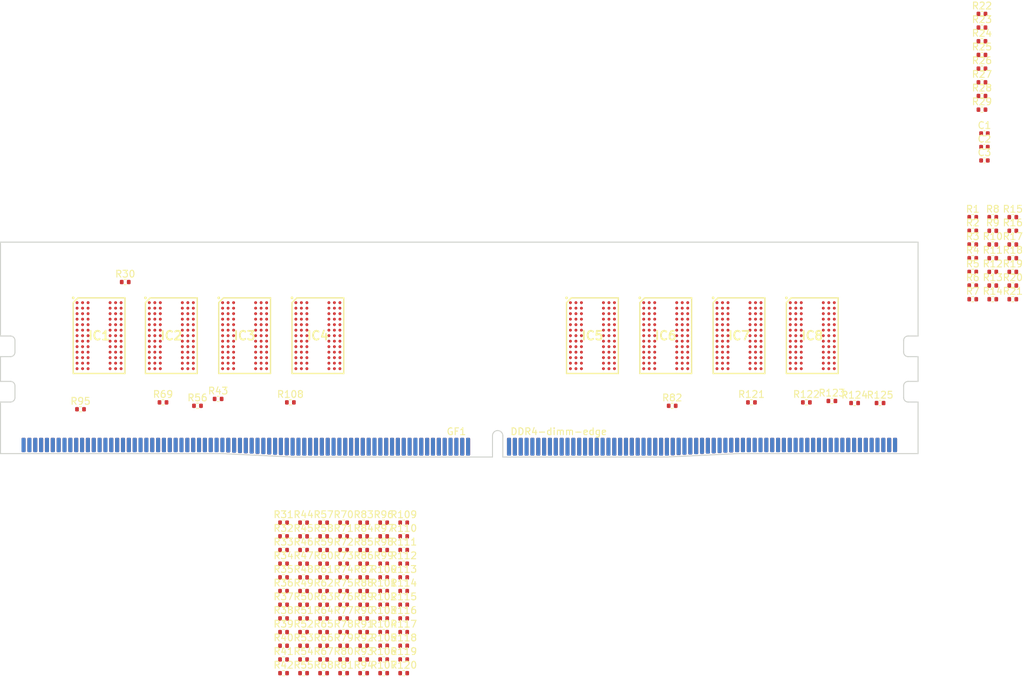
<source format=kicad_pcb>
(kicad_pcb (version 20240108) (generator "pcbnew") (generator_version "8.0")
  (layers (0 "F.Cu" signal) (31 "B.Cu" signal) (34 "B.Paste" user) (35 "F.Paste" user) (36 "B.SilkS" user "B.Silkscreen") (37 "F.SilkS" user "F.Silkscreen") (38 "B.Mask" user) (39 "F.Mask" user) (44 "Edge.Cuts" user))
  (net 0 "")
  (net 2 "GND")
  (net 4 "VDD")
  (net 8 "VTT")
  (net 10 "A11")
  (net 13 "A6")
  (net 14 "A13")
  (net 15 "A5")
  (net 16 "VPP")
  (net 23 "A0")
  (net 24 "A16")
  (net 28 "A8")
  (net 30 "A14")
  (net 34 "A4")
  (net 36 "A3")
  (net 41 "A7")
  (net 42 "A10")
  (net 48 "BA0")
  (net 50 "A1")
  (net 51 "BA1")
  (net 53 "A2")
  (net 56 "A15")
  (net 57 "A9")
  (net 61 "A12")
  (net 68 "BG1")
  (net 69 "VREFCA")
  (net 70 "BG0")
  (net 71 "CK0+")
  (net 72 "CK0-")
  (net 73 "Net-(C1-Pad1)")
  (net 74 "ALERT#")
  (net 76 "PARITY")
  (net 77 "RESET#")
  (net 79 "ACT#")
  (net 80 "CS0#")
  (net 81 "ODT0")
  (net 82 "CKE0")
  (net 127 "Net-(GF1-DQ38)")
  (net 128 "/R_DQS3+")
  (net 129 "/R_DM7")
  (net 130 "Net-(GF1-DQ0)")
  (net 131 "Net-(GF1-DQ40)")
  (net 132 "Net-(GF1-DQ53)")
  (net 133 "Net-(GF1-DQ3)")
  (net 134 "Net-(GF1-DQ60)")
  (net 135 "/R_DQS0-")
  (net 136 "Net-(GF1-DQ22)")
  (net 137 "/R_DQS0+")
  (net 138 "Net-(GF1-DQ61)")
  (net 139 "/R_DM0")
  (net 140 "Net-(GF1-DQ46)")
  (net 141 "Net-(GF1-DQ57)")
  (net 142 "Net-(GF1-DQ36)")
  (net 143 "Net-(GF1-DQ33)")
  (net 144 "/R_DM1")
  (net 145 "Net-(GF1-DQ49)")
  (net 146 "Net-(GF1-DQ7)")
  (net 147 "Net-(GF1-DQ16)")
  (net 148 "Net-(GF1-DQ50)")
  (net 149 "Net-(GF1-DQ32)")
  (net 150 "/R_DM5")
  (net 151 "Net-(GF1-DQ2)")
  (net 152 "/R_DQS6-")
  (net 153 "Net-(GF1-DQ59)")
  (net 154 "Net-(GF1-DQ5)")
  (net 155 "Net-(GF1-DQ29)")
  (net 156 "/R_DQS5+")
  (net 157 "Net-(GF1-DQ34)")
  (net 158 "Net-(GF1-DQ54)")
  (net 159 "Net-(GF1-DQ51)")
  (net 160 "Net-(GF1-DQ43)")
  (net 161 "Net-(GF1-DQ37)")
  (net 162 "Net-(GF1-DQ25)")
  (net 163 "Net-(GF1-DQ47)")
  (net 164 "Net-(GF1-DQ9)")
  (net 165 "Net-(GF1-DQ28)")
  (net 166 "Net-(GF1-DQ20)")
  (net 167 "/R_DQS4+")
  (net 168 "/R_DQS5-")
  (net 169 "Net-(GF1-DQ63)")
  (net 170 "Net-(GF1-DQ42)")
  (net 171 "Net-(GF1-DQ27)")
  (net 172 "Net-(GF1-DQ19)")
  (net 173 "Net-(GF1-DQ15)")
  (net 174 "Net-(GF1-DQ45)")
  (net 175 "/R_DQS6+")
  (net 176 "/R_DM4")
  (net 177 "Net-(GF1-DQ18)")
  (net 178 "Net-(GF1-DQ6)")
  (net 179 "Net-(GF1-DQ23)")
  (net 180 "/R_DQS2+")
  (net 181 "/R_DQS7-")
  (net 182 "Net-(GF1-DQ1)")
  (net 183 "Net-(GF1-DQ8)")
  (net 184 "/R_DM3")
  (net 185 "Net-(GF1-DQ14)")
  (net 186 "Net-(GF1-DQ52)")
  (net 187 "/R_DQS2-")
  (net 188 "/R_DM2")
  (net 189 "Net-(GF1-DQ35)")
  (net 190 "/R_DQS4-")
  (net 191 "/R_DM6")
  (net 192 "/R_DQS3-")
  (net 193 "Net-(GF1-DQ24)")
  (net 194 "Net-(GF1-DQ55)")
  (net 195 "Net-(GF1-DQ12)")
  (net 196 "/R_DQS7+")
  (net 197 "Net-(GF1-DQ30)")
  (net 198 "Net-(GF1-DQ58)")
  (net 199 "Net-(GF1-DQ17)")
  (net 200 "Net-(GF1-DQ26)")
  (net 201 "Net-(GF1-DQ48)")
  (net 202 "Net-(GF1-DQ56)")
  (net 203 "Net-(GF1-DQ4)")
  (net 204 "Net-(GF1-DQ31)")
  (net 205 "Net-(GF1-DQ39)")
  (net 206 "Net-(GF1-DQ13)")
  (net 207 "Net-(GF1-DQ44)")
  (net 208 "Net-(GF1-DQ62)")
  (net 209 "Net-(GF1-DQ21)")
  (net 210 "Net-(GF1-DQ10)")
  (net 211 "/R_DQS1+")
  (net 212 "Net-(GF1-DQ11)")
  (net 213 "Net-(GF1-DQ41)")
  (net 214 "/R_DQS1-")
  (net 215 "DQS0+")
  (net 216 "DM0")
  (net 217 "Net-(IC1-ZQ)")
  (net 218 "DQS0-")
  (net 219 "DQS1+")
  (net 220 "DQS1-")
  (net 221 "Net-(IC2-ZQ)")
  (net 222 "DM1")
  (net 223 "DM2")
  (net 224 "Net-(IC3-ZQ)")
  (net 225 "DQS2-")
  (net 226 "DQS2+")
  (net 227 "DQS3-")
  (net 228 "DQS3+")
  (net 229 "DM3")
  (net 230 "Net-(IC4-ZQ)")
  (net 231 "Net-(IC5-ZQ)")
  (net 232 "DQS4+")
  (net 233 "DM4")
  (net 234 "DQS4-")
  (net 235 "Net-(IC6-ZQ)")
  (net 236 "DQS5-")
  (net 237 "DM5")
  (net 238 "DQS5+")
  (net 239 "DQS6+")
  (net 240 "DM6")
  (net 241 "Net-(IC7-ZQ)")
  (net 242 "DQS6-")
  (net 243 "Net-(IC8-ZQ)")
  (net 244 "DM7")
  (net 245 "DQS7-")
  (net 246 "DQS7+")
  (net 247 "DQ5")
  (net 248 "DQ1")
  (net 249 "DQ7")
  (net 250 "DQ3")
  (net 251 "DQ13")
  (net 252 "DQ9")
  (net 253 "DQ15")
  (net 254 "DQ11")
  (net 255 "DQ21")
  (net 256 "DQ17")
  (net 257 "DQ23")
  (net 258 "DQ19")
  (net 259 "DQ29")
  (net 260 "DQ25")
  (net 261 "DQ31")
  (net 262 "DQ27")
  (net 263 "DQ37")
  (net 264 "DQ33")
  (net 265 "DQ39")
  (net 266 "DQ35")
  (net 267 "DQ45")
  (net 268 "DQ41")
  (net 269 "DQ47")
  (net 270 "DQ43")
  (net 271 "DQ53")
  (net 272 "DQ49")
  (net 273 "DQ55")
  (net 274 "DQ51")
  (net 275 "DQ61")
  (net 276 "DQ57")
  (net 277 "DQ63")
  (net 278 "DQ59")
  (net 279 "DQ4")
  (net 280 "DQ0")
  (net 281 "DQ6")
  (net 282 "DQ2")
  (net 283 "DQ12")
  (net 284 "DQ8")
  (net 285 "DQ14")
  (net 286 "DQ10")
  (net 287 "DQ20")
  (net 288 "DQ16")
  (net 289 "DQ22")
  (net 290 "DQ18")
  (net 291 "DQ28")
  (net 292 "DQ24")
  (net 293 "DQ30")
  (net 294 "DQ26")
  (net 295 "DQ36")
  (net 296 "DQ32")
  (net 297 "DQ38")
  (net 298 "DQ34")
  (net 299 "DQ44")
  (net 300 "DQ40")
  (net 301 "DQ46")
  (net 302 "DQ42")
  (net 303 "DQ52")
  (net 304 "DQ48")
  (net 305 "DQ54")
  (net 306 "DQ50")
  (net 307 "DQ60")
  (net 308 "DQ56")
  (net 309 "DQ62")
  (net 310 "DQ58")
  (footprint "Resistor_SMD:R_0402_1005Metric" (layer "F.Cu") (at 87 105)
    (property "Reference" "R95")
    (property "Value" "15Ω")
  )
  (footprint "Resistor_SMD:R_0402_1005Metric" (layer "F.Cu") (at 216.67 83.03)
    (property "Reference" "R4")
    (property "Value" "39Ω")
  )
  (footprint "Resistor_SMD:R_0402_1005Metric" (layer "F.Cu") (at 116.51 131.44)
    (property "Reference" "R36")
    (property "Value" "240Ω")
  )
  (footprint "Resistor_SMD:R_0402_1005Metric" (layer "F.Cu") (at 125.24 129.45)
    (property "Reference" "R74")
    (property "Value" "15Ω")
  )
  (footprint "Resistor_SMD:R_0402_1005Metric" (layer "F.Cu") (at 119.42 129.45)
    (property "Reference" "R48")
    (property "Value" "15Ω")
  )
  (footprint "Resistor_SMD:R_0402_1005Metric" (layer "F.Cu") (at 172.99 104.5)
    (property "Reference" "R82")
    (property "Value" "15Ω")
  )
  (footprint "Resistor_SMD:R_0402_1005Metric" (layer "F.Cu") (at 133.97 123.48)
    (property "Reference" "R110")
    (property "Value" "15Ω")
  )
  (footprint "Resistor_SMD:R_0402_1005Metric" (layer "F.Cu") (at 131.06 125.47)
    (property "Reference" "R98")
    (property "Value" "15Ω")
  )
  (footprint "Resistor_SMD:R_0402_1005Metric" (layer "F.Cu") (at 122.33 127.46)
    (property "Reference" "R60")
    (property "Value" "15Ω")
  )
  (footprint "Resistor_SMD:R_0402_1005Metric" (layer "F.Cu") (at 116.51 139.4)
    (property "Reference" "R40")
    (property "Value" "15Ω")
  )
  (footprint "Resistor_SMD:R_0402_1005Metric" (layer "F.Cu") (at 133.97 133.43)
    (property "Reference" "R115")
    (property "Value" "15Ω")
  )
  (footprint "Resistor_SMD:R_0402_1005Metric" (layer "F.Cu") (at 219.58 87.01)
    (property "Reference" "R13")
    (property "Value" "39Ω")
  )
  (footprint "Resistor_SMD:R_0402_1005Metric" (layer "F.Cu") (at 222.49 89)
    (property "Reference" "R21")
    (property "Value" "39Ω")
  )
  (footprint "Resistor_SMD:R_0402_1005Metric" (layer "F.Cu") (at 218.01 59.44)
    (property "Reference" "R28")
    (property "Value" "39Ω")
  )
  (footprint "Resistor_SMD:R_0402_1005Metric" (layer "F.Cu") (at 216.67 81.04)
    (property "Reference" "R3")
    (property "Value" "39Ω")
  )
  (footprint "Resistor_SMD:R_0402_1005Metric" (layer "F.Cu") (at 104 104.5)
    (property "Reference" "R56")
    (property "Value" "15Ω")
  )
  (footprint "Resistor_SMD:R_0402_1005Metric" (layer "F.Cu") (at 128.15 137.41)
    (property "Reference" "R91")
    (property "Value" "15Ω")
  )
  (footprint "Resistor_SMD:R_0402_1005Metric" (layer "F.Cu") (at 125.24 121.49)
    (property "Reference" "R70")
    (property "Value" "15Ω")
  )
  (footprint "Resistor_SMD:R_0402_1005Metric" (layer "F.Cu") (at 216.67 89)
    (property "Reference" "R7")
    (property "Value" "39Ω")
  )
  (footprint "Resistor_SMD:R_0402_1005Metric" (layer "F.Cu") (at 122.33 129.45)
    (property "Reference" "R61")
    (property "Value" "15Ω")
  )
  (footprint "Resistor_SMD:R_0402_1005Metric" (layer "F.Cu") (at 133.97 141.39)
    (property "Reference" "R119")
    (property "Value" "15Ω")
  )
  (footprint "Resistor_SMD:R_0402_1005Metric" (layer "F.Cu") (at 116.51 135.42)
    (property "Reference" "R38")
    (property "Value" "15Ω")
  )
  (footprint "Resistor_SMD:R_0402_1005Metric" (layer "F.Cu") (at 128.15 125.47)
    (property "Reference" "R85")
    (property "Value" "15Ω")
  )
  (footprint "A_my_stuff:DDR4-dimm" (layer "F.Cu") (at 143.325 110.45)
    (property "Reference" "GF1")
    (property "Value" "DDR4-dimm-edge")
    (fp_line (start -67.95 -29.75) (end 65.4 -29.75) (stroke (width 0.15)) (layer "Edge.Cuts"))
    (fp_line (start -67.95 -16.1) (end -67.95 -29.75) (stroke (width 0.15)) (layer "Edge.Cuts"))
    (fp_line (start -67.95 -16.1) (end -66.5 -16.1) (stroke (width 0.15)) (layer "Edge.Cuts"))
    (fp_line (start -67.95 -13.1) (end -66.5 -13.1) (stroke (width 0.15)) (layer "Edge.Cuts"))
    (fp_line (start -67.95 -9.5) (end -67.95 -13.1) (stroke (width 0.15)) (layer "Edge.Cuts"))
    (fp_line (start -67.95 -9.5) (end -66.5 -9.5) (stroke (width 0.15)) (layer "Edge.Cuts"))
    (fp_line (start -67.95 -6.5) (end -66.5 -6.5) (stroke (width 0.15)) (layer "Edge.Cuts"))
    (fp_line (start -67.95 1) (end -67.95 -6.5) (stroke (width 0.15)) (layer "Edge.Cuts"))
    (fp_line (start -65.85 -13.75) (end -65.85 -15.45) (stroke (width 0.15)) (layer "Edge.Cuts"))
    (fp_line (start -65.85 -7.15) (end -65.85 -8.85) (stroke (width 0.15)) (layer "Edge.Cuts"))
    (fp_line (start -35.7 1) (end -67.95 1) (stroke (width 0.15)) (layer "Edge.Cuts"))
    (fp_line (start -25.5 1.5) (end -35.7 1) (stroke (width 0.15)) (layer "Edge.Cuts"))
    (fp_line (start 3.55 1.5) (end -25.5 1.5) (stroke (width 0.15)) (layer "Edge.Cuts"))
    (fp_line (start 3.55 1.5) (end 3.55 -1.6) (stroke (width 0.15)) (layer "Edge.Cuts"))
    (fp_line (start 5.05 -1.6) (end 5.05 1.5) (stroke (width 0.15)) (layer "Edge.Cuts"))
    (fp_line (start 5.05 1.5) (end 28.9 1.5) (stroke (width 0.15)) (layer "Edge.Cuts"))
    (fp_line (start 28.9 1.5) (end 39.1 1) (stroke (width 0.15)) (layer "Edge.Cuts"))
    (fp_line (start 39.1 1) (end 65.4 1) (stroke (width 0.15)) (layer "Edge.Cuts"))
    (fp_line (start 63.3 -13.75) (end 63.3 -15.45) (stroke (width 0.15)) (layer "Edge.Cuts"))
    (fp_line (start 63.3 -7.15) (end 63.3 -8.85) (stroke (width 0.15)) (layer "Edge.Cuts"))
    (fp_line (start 65.4 -16.1) (end 63.95 -16.1) (stroke (width 0.15)) (layer "Edge.Cuts"))
    (fp_line (start 65.4 -16.1) (end 65.4 -29.75) (stroke (width 0.15)) (layer "Edge.Cuts"))
    (fp_line (start 65.4 -13.1) (end 63.95 -13.1) (stroke (width 0.15)) (layer "Edge.Cuts"))
    (fp_line (start 65.4 -9.5) (end 63.95 -9.5) (stroke (width 0.15)) (layer "Edge.Cuts"))
    (fp_line (start 65.4 -9.5) (end 65.4 -13.1) (stroke (width 0.15)) (layer "Edge.Cuts"))
    (fp_line (start 65.4 -6.5) (end 63.95 -6.5) (stroke (width 0.15)) (layer "Edge.Cuts"))
    (fp_line (start 65.4 1) (end 65.4 -6.5) (stroke (width 0.15)) (layer "Edge.Cuts"))
    (fp_arc (start -66.5 -16.1) (mid -66.040381 -15.909619) (end -65.85 -15.45) (stroke (width 0.15)) (layer "Edge.Cuts"))
    (fp_arc (start -66.5 -9.5) (mid -66.040381 -9.309619) (end -65.85 -8.85) (stroke (width 0.15)) (layer "Edge.Cuts"))
    (fp_arc (start -65.85 -13.75) (mid -66.040381 -13.290381) (end -66.5 -13.1) (stroke (width 0.15)) (layer "Edge.Cuts"))
    (fp_arc (start -65.85 -7.15) (mid -66.040381 -6.690381) (end -66.5 -6.5) (stroke (width 0.15)) (layer "Edge.Cuts"))
    (fp_arc (start 3.55 -1.6) (mid 4.3 -2.35) (end 5.05 -1.6) (stroke (width 0.15)) (layer "Edge.Cuts"))
    (fp_arc (start 63.3 -15.45) (mid 63.490381 -15.909619) (end 63.95 -16.1) (stroke (width 0.15)) (layer "Edge.Cuts"))
    (fp_arc (start 63.3 -8.85) (mid 63.490381 -9.309619) (end 63.95 -9.5) (stroke (width 0.15)) (layer "Edge.Cuts"))
    (fp_arc (start 63.95 -13.1) (mid 63.490381 -13.290381) (end 63.3 -13.75) (stroke (width 0.15)) (layer "Edge.Cuts"))
    (fp_arc (start 63.95 -6.5) (mid 63.490381 -6.690381) (end 63.3 -7.15) (stroke (width 0.15)) (layer "Edge.Cuts"))
  )
  (footprint "Resistor_SMD:R_0402_1005Metric" (layer "F.Cu") (at 131.06 137.41)
    (property "Reference" "R104")
    (property "Value" "15Ω")
  )
  (footprint "Resistor_SMD:R_0402_1005Metric" (layer "F.Cu") (at 125.24 135.42)
    (property "Reference" "R77")
    (property "Value" "15Ω")
  )
  (footprint "Resistor_SMD:R_0402_1005Metric" (layer "F.Cu") (at 219.58 85.02)
    (property "Reference" "R12")
    (property "Value" "39Ω")
  )
  (footprint "Resistor_SMD:R_0402_1005Metric" (layer "F.Cu") (at 131.06 139.4)
    (property "Reference" "R105")
    (property "Value" "15Ω")
  )
  (footprint "Resistor_SMD:R_0402_1005Metric" (layer "F.Cu") (at 218.01 51.48)
    (property "Reference" "R24")
    (property "Value" "39Ω")
  )
  (footprint "Resistor_SMD:R_0402_1005Metric" (layer "F.Cu") (at 116.51 127.46)
    (property "Reference" "R34")
    (property "Value" "240Ω")
  )
  (footprint "Resistor_SMD:R_0402_1005Metric" (layer "F.Cu") (at 133.97 131.44)
    (property "Reference" "R114")
    (property "Value" "15Ω")
  )
  (footprint "A_my_stuff:DDR4-BGA78" (layer "F.Cu") (at 100.2 94.3)
    (property "Reference" "IC2")
    (property "Value" "DDR4-BGA78" (hide yes))
  )
  (footprint "Resistor_SMD:R_0402_1005Metric" (layer "F.Cu") (at 122.33 135.42)
    (property "Reference" "R64")
    (property "Value" "15Ω")
  )
  (footprint "Resistor_SMD:R_0402_1005Metric" (layer "F.Cu") (at 128.15 123.48)
    (property "Reference" "R84")
    (property "Value" "15Ω")
  )
  (footprint "Resistor_SMD:R_0402_1005Metric" (layer "F.Cu") (at 128.15 129.45)
    (property "Reference" "R87")
    (property "Value" "15Ω")
  )
  (footprint "Resistor_SMD:R_0402_1005Metric" (layer "F.Cu") (at 216.67 77.06)
    (property "Reference" "R1")
    (property "Value" "39Ω")
  )
  (footprint "Resistor_SMD:R_0402_1005Metric" (layer "F.Cu") (at 219.58 83.03)
    (property "Reference" "R11")
    (property "Value" "39Ω")
  )
  (footprint "Resistor_SMD:R_0402_1005Metric" (layer "F.Cu") (at 128.15 135.42)
    (property "Reference" "R90")
    (property "Value" "15Ω")
  )
  (footprint "Resistor_SMD:R_0402_1005Metric" (layer "F.Cu") (at 128.15 143.38)
    (property "Reference" "R94")
    (property "Value" "15Ω")
  )
  (footprint "Resistor_SMD:R_0402_1005Metric" (layer "F.Cu") (at 125.24 141.39)
    (property "Reference" "R80")
    (property "Value" "15Ω")
  )
  (footprint "Resistor_SMD:R_0402_1005Metric" (layer "F.Cu") (at 216.67 79.05)
    (property "Reference" "R2")
    (property "Value" "39Ω")
  )
  (footprint "Resistor_SMD:R_0402_1005Metric" (layer "F.Cu") (at 116.51 125.47)
    (property "Reference" "R33")
    (property "Value" "240Ω")
  )
  (footprint "Resistor_SMD:R_0402_1005Metric" (layer "F.Cu") (at 117.5 104)
    (property "Reference" "R108")
    (property "Value" "15Ω")
  )
  (footprint "Resistor_SMD:R_0402_1005Metric" (layer "F.Cu") (at 218.01 49.49)
    (property "Reference" "R23")
    (property "Value" "39Ω")
  )
  (footprint "Resistor_SMD:R_0402_1005Metric" (layer "F.Cu") (at 218.01 61.43)
    (property "Reference" "R29")
    (property "Value" "47Ω")
  )
  (footprint "Resistor_SMD:R_0402_1005Metric" (layer "F.Cu") (at 218.01 47.5)
    (property "Reference" "R22")
    (property "Value" "39Ω")
  )
  (footprint "Resistor_SMD:R_0402_1005Metric" (layer "F.Cu") (at 192.49 104)
    (property "Reference" "R122")
    (property "Value" "15Ω")
  )
  (footprint "Resistor_SMD:R_0402_1005Metric" (layer "F.Cu") (at 133.97 129.45)
    (property "Reference" "R113")
    (property "Value" "15Ω")
  )
  (footprint "Resistor_SMD:R_0402_1005Metric" (layer "F.Cu") (at 128.15 131.44)
    (property "Reference" "R88")
    (property "Value" "15Ω")
  )
  (footprint "Resistor_SMD:R_0402_1005Metric" (layer "F.Cu") (at 131.06 123.48)
    (property "Reference" "R97")
    (property "Value" "15Ω")
  )
  (footprint "Resistor_SMD:R_0402_1005Metric" (layer "F.Cu") (at 116.51 121.49)
    (property "Reference" "R31")
    (property "Value" "240Ω")
  )
  (footprint "Resistor_SMD:R_0402_1005Metric" (layer "F.Cu") (at 196.2 103.8)
    (property "Reference" "R123")
    (property "Value" "15Ω")
  )
  (footprint "Resistor_SMD:R_0402_1005Metric" (layer "F.Cu") (at 133.97 121.49)
    (property "Reference" "R109")
    (property "Value" "15Ω")
  )
  (footprint "Resistor_SMD:R_0402_1005Metric" (layer "F.Cu") (at 133.97 143.38)
    (property "Reference" "R120")
    (property "Value" "15Ω")
  )
  (footprint "Resistor_SMD:R_0402_1005Metric" (layer "F.Cu") (at 222.49 77.06)
    (property "Reference" "R15")
    (property "Value" "39Ω")
  )
  (footprint "Resistor_SMD:R_0402_1005Metric" (layer "F.Cu") (at 107 103.5)
    (property "Reference" "R43")
    (property "Value" "15Ω")
  )
  (footprint "Resistor_SMD:R_0402_1005Metric" (layer "F.Cu") (at 128.15 141.39)
    (property "Reference" "R93")
    (property "Value" "15Ω")
  )
  (footprint "Resistor_SMD:R_0402_1005Metric" (layer "F.Cu") (at 216.67 87.01)
    (property "Reference" "R6")
    (property "Value" "39Ω")
  )
  (footprint "Resistor_SMD:R_0402_1005Metric" (layer "F.Cu") (at 128.15 133.43)
    (property "Reference" "R89")
    (property "Value" "15Ω")
  )
  (footprint "Resistor_SMD:R_0402_1005Metric" (layer "F.Cu") (at 128.15 121.49)
    (property "Reference" "R83")
    (property "Value" "15Ω")
  )
  (footprint "Resistor_SMD:R_0402_1005Metric" (layer "F.Cu") (at 119.42 133.43)
    (property "Reference" "R50")
    (property "Value" "15Ω")
  )
  (footprint "Resistor_SMD:R_0402_1005Metric" (layer "F.Cu") (at 222.49 83.03)
    (property "Reference" "R18")
    (property "Value" "39Ω")
  )
  (footprint "Resistor_SMD:R_0402_1005Metric" (layer "F.Cu") (at 116.51 133.43)
    (property "Reference" "R37")
    (property "Value" "240Ω")
  )
  (footprint "Resistor_SMD:R_0402_1005Metric" (layer "F.Cu") (at 116.51 123.48)
    (property "Reference" "R32")
    (property "Value" "240Ω")
  )
  (footprint "Resistor_SMD:R_0402_1005Metric" (layer "F.Cu") (at 133.97 135.42)
    (property "Reference" "R116")
    (property "Value" "15Ω")
  )
  (footprint "Resistor_SMD:R_0402_1005Metric" (layer "F.Cu") (at 133.97 127.46)
    (property "Reference" "R112")
    (property "Value" "15Ω")
  )
  (footprint "Resistor_SMD:R_0402_1005Metric" (layer "F.Cu") (at 131.06 135.42)
    (property "Reference" "R103")
    (property "Value" "15Ω")
  )
  (footprint "Resistor_SMD:R_0402_1005Metric" (layer "F.Cu") (at 131.06 131.44)
    (property "Reference" "R101")
    (property "Value" "15Ω")
  )
  (footprint "Resistor_SMD:R_0402_1005Metric" (layer "F.Cu") (at 125.24 137.41)
    (property "Reference" "R78")
    (property "Value" "15Ω")
  )
  (footprint "Resistor_SMD:R_0402_1005Metric" (layer "F.Cu") (at 222.49 85.02)
    (property "Reference" "R19")
    (property "Value" "39Ω")
  )
  (footprint "A_my_stuff:DDR4-BGA78" (layer "F.Cu") (at 182.7 94.3)
    (property "Reference" "IC7")
    (property "Value" "DDR4-BGA78" (hide yes))
  )
  (footprint "A_my_stuff:DDR4-BGA78" (layer "F.Cu") (at 172.05 94.3)
    (property "Reference" "IC6")
    (property "Value" "DDR4-BGA78" (hide yes))
  )
  (footprint "Resistor_SMD:R_0402_1005Metric" (layer "F.Cu") (at 133.97 137.41)
    (property "Reference" "R117")
    (property "Value" "15Ω")
  )
  (footprint "Resistor_SMD:R_0402_1005Metric" (layer "F.Cu") (at 184.51 104)
    (property "Reference" "R121")
    (property "Value" "15Ω")
  )
  (footprint "Resistor_SMD:R_0402_1005Metric" (layer "F.Cu") (at 218.01 57.45)
    (property "Reference" "R27")
    (property "Value" "39Ω")
  )
  (footprint "A_my_stuff:DDR4-BGA78" (layer "F.Cu") (at 161.4 94.3)
    (property "Reference" "IC5")
    (property "Value" "DDR4-BGA78" (hide yes))
  )
  (footprint "Resistor_SMD:R_0402_1005Metric" (layer "F.Cu") (at 218.01 55.46)
    (property "Reference" "R26")
    (property "Value" "39Ω")
  )
  (footprint "Resistor_SMD:R_0402_1005Metric" (layer "F.Cu") (at 222.49 79.05)
    (property "Reference" "R16")
    (property "Value" "39Ω")
  )
  (footprint "Resistor_SMD:R_0402_1005Metric" (layer "F.Cu") (at 222.49 87.01)
    (property "Reference" "R20")
    (property "Value" "39Ω")
  )
  (footprint "A_my_stuff:DDR4-BGA78" (layer "F.Cu") (at 110.85 94.3)
    (property "Reference" "IC3")
    (property "Value" "DDR4-BGA78" (hide yes))
  )
  (footprint "Resistor_SMD:R_0402_1005Metric" (layer "F.Cu") (at 125.24 123.48)
    (property "Reference" "R71")
    (property "Value" "15Ω")
  )
  (footprint "A_my_stuff:DDR4-BGA78" (layer "F.Cu") (at 121.5 94.3)
    (property "Reference" "IC4")
    (property "Value" "DDR4-BGA78" (hide yes))
  )
  (footprint "Resistor_SMD:R_0402_1005Metric" (layer "F.Cu") (at 93.5 86.5)
    (property "Reference" "R30")
    (property "Value" "240Ω")
  )
  (footprint "Resistor_SMD:R_0402_1005Metric" (layer "F.Cu") (at 199.5 104.1)
    (property "Reference" "R124")
    (property "Value" "15Ω")
  )
  (footprint "Resistor_SMD:R_0402_1005Metric" (layer "F.Cu") (at 125.24 131.44)
    (property "Reference" "R75")
    (property "Value" "15Ω")
  )
  (footprint "Resistor_SMD:R_0402_1005Metric" (layer "F.Cu") (at 119.42 141.39)
    (property "Reference" "R54")
    (property "Value" "15Ω")
  )
  (footprint "Resistor_SMD:R_0402_1005Metric" (layer "F.Cu") (at 122.33 131.44)
    (property "Reference" "R62")
    (property "Value" "15Ω")
  )
  (footprint "Resistor_SMD:R_0402_1005Metric" (layer "F.Cu") (at 116.51 137.41)
    (property "Reference" "R39")
    (property "Value" "15Ω")
  )
  (footprint "Resistor_SMD:R_0402_1005Metric" (layer "F.Cu") (at 133.97 125.47)
    (property "Reference" "R111")
    (property "Value" "15Ω")
  )
  (footprint "Capacitor_SMD:C_0402_1005Metric" (layer "F.Cu") (at 218.37 68.82)
    (property "Reference" "C3")
    (property "Value" "10pF")
  )
  (footprint "Resistor_SMD:R_0402_1005Metric" (layer "F.Cu") (at 219.58 89)
    (property "Reference" "R14")
    (property "Value" "39Ω")
  )
  (footprint "Resistor_SMD:R_0402_1005Metric" (layer "F.Cu") (at 216.67 85.02)
    (property "Reference" "R5")
    (property "Value" "39Ω")
  )
  (footprint "Resistor_SMD:R_0402_1005Metric" (layer "F.Cu") (at 131.06 127.46)
    (property "Reference" "R99")
    (property "Value" "15Ω")
  )
  (footprint "Resistor_SMD:R_0402_1005Metric" (layer "F.Cu") (at 128.15 127.46)
    (property "Reference" "R86")
    (property "Value" "15Ω")
  )
  (footprint "Resistor_SMD:R_0402_1005Metric" (layer "F.Cu") (at 218.01 53.47)
    (property "Reference" "R25")
    (property "Value" "39Ω")
  )
  (footprint "Resistor_SMD:R_0402_1005Metric" (layer "F.Cu") (at 122.33 137.41)
    (property "Reference" "R65")
    (property "Value" "15Ω")
  )
  (footprint "Resistor_SMD:R_0402_1005Metric" (layer "F.Cu") (at 128.15 139.4)
    (property "Reference" "R92")
    (property "Value" "15Ω")
  )
  (footprint "Resistor_SMD:R_0402_1005Metric" (layer "F.Cu") (at 131.06 141.39)
    (property "Reference" "R106")
    (property "Value" "15Ω")
  )
  (footprint "Resistor_SMD:R_0402_1005Metric" (layer "F.Cu") (at 222.49 81.04)
    (property "Reference" "R17")
    (property "Value" "39Ω")
  )
  (footprint "Resistor_SMD:R_0402_1005Metric" (layer "F.Cu") (at 122.33 141.39)
    (property "Reference" "R67")
    (property "Value" "15Ω")
  )
  (footprint "Resistor_SMD:R_0402_1005Metric" (layer "F.Cu") (at 131.06 129.45)
    (property "Reference" "R100")
    (property "Value" "15Ω")
  )
  (footprint "Resistor_SMD:R_0402_1005Metric" (layer "F.Cu") (at 119.42 127.46)
    (property "Reference" "R47")
    (property "Value" "15Ω")
  )
  (footprint "Resistor_SMD:R_0402_1005Metric" (layer "F.Cu") (at 122.33 139.4)
    (property "Reference" "R66")
    (property "Value" "15Ω")
  )
  (footprint "Resistor_SMD:R_0402_1005Metric" (layer "F.Cu") (at 119.42 143.38)
    (property "Reference" "R55")
    (property "Value" "15Ω")
  )
  (footprint "Resistor_SMD:R_0402_1005Metric" (layer "F.Cu") (at 131.06 133.43)
    (property "Reference" "R102")
    (property "Value" "15Ω")
  )
  (footprint "Resistor_SMD:R_0402_1005Metric" (layer "F.Cu") (at 122.33 125.47)
    (property "Reference" "R59")
    (property "Value" "15Ω")
  )
  (footprint "Resistor_SMD:R_0402_1005Metric" (layer "F.Cu") (at 116.51 143.38)
    (property "Reference" "R42")
    (property "Value" "15Ω")
  )
  (footprint "Resistor_SMD:R_0402_1005Metric" (layer "F.Cu") (at 116.51 141.39)
    (property "Reference" "R41")
    (property "Value" "15Ω")
  )
  (footprint "Resistor_SMD:R_0402_1005Metric" (layer "F.Cu") (at 125.24 127.46)
    (property "Reference" "R73")
    (property "Value" "15Ω")
  )
  (footprint "Resistor_SMD:R_0402_1005Metric" (layer "F.Cu") (at 119.42 137.41)
    (property "Reference" "R52")
    (property "Value" "15Ω")
  )
  (footprint "Resistor_SMD:R_0402_1005Metric" (layer "F.Cu") (at 119.42 123.48)
    (property "Reference" "R45")
    (property "Value" "15Ω")
  )
  (footprint "Resistor_SMD:R_0402_1005Metric" (layer "F.Cu") (at 119.42 139.4)
    (property "Reference" "R53")
    (property "Value" "15Ω")
  )
  (footprint "Resistor_SMD:R_0402_1005Metric" (layer "F.Cu") (at 125.24 143.38)
    (property "Reference" "R81")
    (property "Value" "15Ω")
  )
  (footprint "Resistor_SMD:R_0402_1005Metric" (layer "F.Cu") (at 125.24 133.43)
    (property "Reference" "R76")
    (property "Value" "15Ω")
  )
  (footprint "Resistor_SMD:R_0402_1005Metric" (layer "F.Cu") (at 219.58 81.04)
    (property "Reference" "R10")
    (property "Value" "39Ω")
  )
  (footprint "Resistor_SMD:R_0402_1005Metric" (layer "F.Cu") (at 131.06 121.49)
    (property "Reference" "R96")
    (property "Value" "15Ω")
  )
  (footprint "Resistor_SMD:R_0402_1005Metric" (layer "F.Cu") (at 133.97 139.4)
    (property "Reference" "R118")
    (property "Value" "15Ω")
  )
  (footprint "Resistor_SMD:R_0402_1005Metric" (layer "F.Cu") (at 122.33 133.43)
    (property "Reference" "R63")
    (property "Value" "15Ω")
  )
  (footprint "Resistor_SMD:R_0402_1005Metric" (layer "F.Cu") (at 203.2 104.1)
    (property "Reference" "R125")
    (property "Value" "15Ω")
  )
  (footprint "A_my_stuff:DDR4-BGA78" (layer "F.Cu") (at 193.35 94.3)
    (property "Reference" "IC8")
    (property "Value" "DDR4-BGA78" (hide yes))
  )
  (footprint "Resistor_SMD:R_0402_1005Metric" (layer "F.Cu") (at 125.24 139.4)
    (property "Reference" "R79")
    (property "Value" "15Ω")
  )
  (footprint "Resistor_SMD:R_0402_1005Metric" (layer "F.Cu") (at 119.42 135.42)
    (property "Reference" "R51")
    (property "Value" "15Ω")
  )
  (footprint "Capacitor_SMD:C_0402_1005Metric" (layer "F.Cu") (at 218.37 66.85)
    (property "Reference" "C2")
    (property "Value" "?")
  )
  (footprint "Resistor_SMD:R_0402_1005Metric" (layer "F.Cu") (at 219.58 77.06)
    (property "Reference" "R8")
    (property "Value" "39Ω")
  )
  (footprint "Capacitor_SMD:C_0402_1005Metric" (layer "F.Cu") (at 218.37 64.88)
    (property "Reference" "C1")
    (property "Value" "0.01uF")
  )
  (footprint "A_my_stuff:DDR4-BGA78" (layer "F.Cu") (at 89.7 94.3)
    (property "Reference" "IC1")
    (property "Value" "DDR4-BGA78" (hide yes))
  )
  (footprint "Resistor_SMD:R_0402_1005Metric" (layer "F.Cu") (at 122.33 123.48)
    (property "Reference" "R58")
    (property "Value" "15Ω")
  )
  (footprint "Resistor_SMD:R_0402_1005Metric" (layer "F.Cu") (at 119.42 121.49)
    (property "Reference" "R44")
    (property "Value" "15Ω")
  )
  (footprint "Resistor_SMD:R_0402_1005Metric" (layer "F.Cu") (at 219.58 79.05)
    (property "Reference" "R9")
    (property "Value" "39Ω")
  )
  (footprint "Resistor_SMD:R_0402_1005Metric" (layer "F.Cu") (at 125.24 125.47)
    (property "Reference" "R72")
    (property "Value" "15Ω")
  )
  (footprint "Resistor_SMD:R_0402_1005Metric" (layer "F.Cu") (at 122.33 121.49)
    (property "Reference" "R57")
    (property "Value" "15Ω")
  )
  (footprint "Resistor_SMD:R_0402_1005Metric" (layer "F.Cu") (at 116.51 129.45)
    (property "Reference" "R35")
    (property "Value" "240Ω")
  )
  (footprint "Resistor_SMD:R_0402_1005Metric" (layer "F.Cu") (at 122.33 143.38)
    (property "Reference" "R68")
    (property "Value" "15Ω")
  )
  (footprint "Resistor_SMD:R_0402_1005Metric" (layer "F.Cu") (at 119.42 125.47)
    (property "Reference" "R46")
    (property "Value" "15Ω")
  )
  (footprint "Resistor_SMD:R_0402_1005Metric" (layer "F.Cu") (at 98.99 104)
    (property "Reference" "R69")
    (property "Value" "15Ω")
  )
  (footprint "Resistor_SMD:R_0402_1005Metric" (layer "F.Cu") (at 131.06 143.38)
    (property "Reference" "R107")
    (property "Value" "15Ω")
  )
  (footprint "Resistor_SMD:R_0402_1005Metric" (layer "F.Cu") (at 119.42 131.44)
    (property "Reference" "R49")
    (property "Value" "15Ω")
  )
)
</source>
